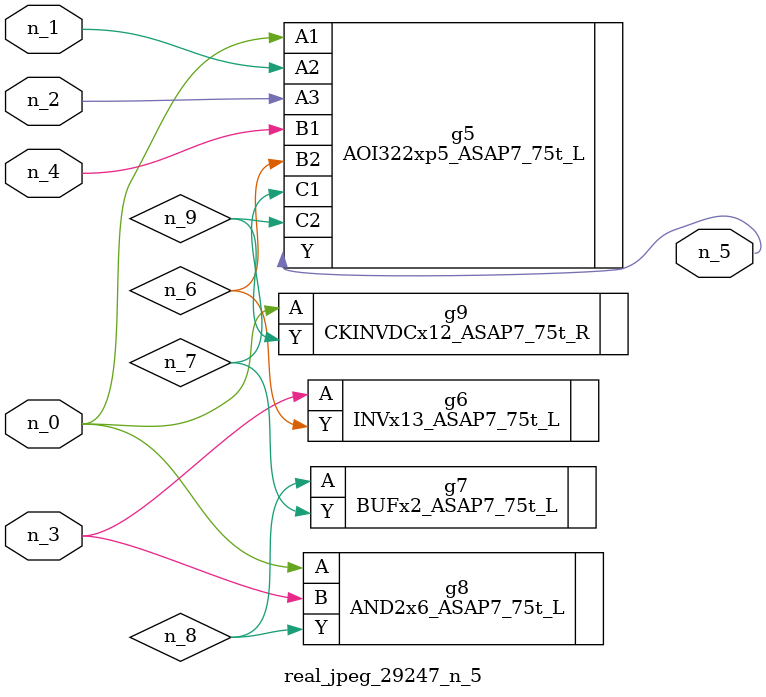
<source format=v>
module real_jpeg_29247_n_5 (n_4, n_0, n_1, n_2, n_3, n_5);

input n_4;
input n_0;
input n_1;
input n_2;
input n_3;

output n_5;

wire n_8;
wire n_6;
wire n_7;
wire n_9;

AOI322xp5_ASAP7_75t_L g5 ( 
.A1(n_0),
.A2(n_1),
.A3(n_2),
.B1(n_4),
.B2(n_6),
.C1(n_7),
.C2(n_9),
.Y(n_5)
);

AND2x6_ASAP7_75t_L g8 ( 
.A(n_0),
.B(n_3),
.Y(n_8)
);

CKINVDCx12_ASAP7_75t_R g9 ( 
.A(n_0),
.Y(n_9)
);

INVx13_ASAP7_75t_L g6 ( 
.A(n_3),
.Y(n_6)
);

BUFx2_ASAP7_75t_L g7 ( 
.A(n_8),
.Y(n_7)
);


endmodule
</source>
